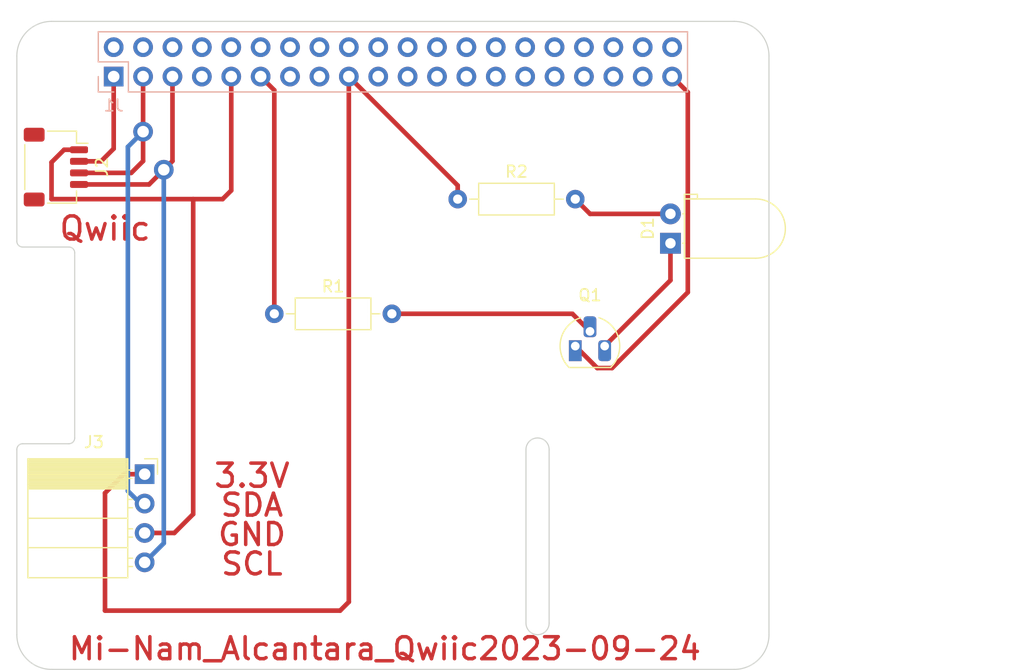
<source format=kicad_pcb>
(kicad_pcb (version 20221018) (generator pcbnew)
  (title_block (date "2023-09-24"))
  (layers (0 "F.Cu" signal) (31 "B.Cu" signal) (34 "B.Paste" user) (35 "F.Paste" user) (36 "B.SilkS" user "B.Silkscreen") (37 "F.SilkS" user "F.Silkscreen") (38 "B.Mask" user) (39 "F.Mask" user) (44 "Edge.Cuts" user))
  (net 0 "")
  (net 1 "GND")
  (net 2 "/GPIO2{slash}SDA1")
  (net 3 "/GPIO3{slash}SCL1")
  (net 4 "/GPIO4{slash}GPCLK0")
  (net 5 "/GPIO14{slash}TXD0")
  (net 6 "/GPIO15{slash}RXD0")
  (net 7 "/GPIO17")
  (net 8 "/GPIO18{slash}PCM.CLK")
  (net 9 "/GPIO27")
  (net 10 "/GPIO22")
  (net 11 "/GPIO23")
  (net 12 "/GPIO24")
  (net 13 "/GPIO10{slash}SPI0.MOSI")
  (net 14 "/GPIO9{slash}SPI0.MISO")
  (net 15 "/GPIO25")
  (net 16 "/GPIO11{slash}SPI0.SCLK")
  (net 17 "/GPIO8{slash}SPI0.CE0")
  (net 18 "/GPIO7{slash}SPI0.CE1")
  (net 19 "/ID_SDA")
  (net 20 "/ID_SCL")
  (net 21 "/GPIO5")
  (net 22 "/GPIO6")
  (net 23 "/GPIO12{slash}PWM0")
  (net 24 "/GPIO13{slash}PWM1")
  (net 25 "/GPIO19{slash}PCM.FS")
  (net 26 "/GPIO16")
  (net 27 "/GPIO26")
  (net 28 "/GPIO20{slash}PCM.DIN")
  (net 29 "/GPIO21{slash}PCM.DOUT")
  (net 30 "+5V")
  (net 31 "+3V3")
  (net 32 "Net-(Q1-Pad3)")
  (net 33 "Net-(D1-Pad2)")
  (net 34 "Net-(Q1-Pad2)")
  (footprint "MountingHole:MountingHole_2.7mm_M2.5" (layer "F.Cu") (at 161.5 47.5)
    (fp_text reference "MH2" hide)
    (fp_text value "MountingHole_2.7mm_M2.5" hide)
    (pad "" np_thru_hole circle locked (at 0 0) (size 2.7 2.7) (drill 2.7) (layers "*.Cu" "*.Mask"))
  )
  (footprint "LED_THT:LED_D5.0mm_Horizontal_O1.27mm_Z3.0mm" (layer "F.Cu") (at 156.485 63.175 90)
    (fp_text reference "D1" (at 1.27 -1.96 90) (layer "F.SilkS"))
    (fp_text value "LED")
    (fp_line (start -1.29 1.21) (end -1.29 7.37) (stroke (width 0.12)) (layer "F.SilkS"))
    (fp_line (start -1.29 1.21) (end 3.83 1.21) (stroke (width 0.12)) (layer "F.SilkS"))
    (fp_line (start 0 1.08) (end 0 1.08) (stroke (width 0.12)) (layer "F.SilkS"))
    (fp_line (start 0 1.08) (end 0 1.21) (stroke (width 0.12)) (layer "F.SilkS"))
    (fp_line (start 0 1.21) (end 0 1.08) (stroke (width 0.12)) (layer "F.SilkS"))
    (fp_line (start 0 1.21) (end 0 1.21) (stroke (width 0.12)) (layer "F.SilkS"))
    (fp_line (start 2.54 1.08) (end 2.54 1.08) (stroke (width 0.12)) (layer "F.SilkS"))
    (fp_line (start 2.54 1.08) (end 2.54 1.21) (stroke (width 0.12)) (layer "F.SilkS"))
    (fp_line (start 2.54 1.21) (end 2.54 1.08) (stroke (width 0.12)) (layer "F.SilkS"))
    (fp_line (start 2.54 1.21) (end 2.54 1.21) (stroke (width 0.12)) (layer "F.SilkS"))
    (fp_line (start 3.83 1.21) (end 3.83 7.37) (stroke (width 0.12)) (layer "F.SilkS"))
    (fp_line (start 3.83 1.21) (end 4.23 1.21) (stroke (width 0.12)) (layer "F.SilkS"))
    (fp_line (start 3.83 2.33) (end 3.83 1.21) (stroke (width 0.12)) (layer "F.SilkS"))
    (fp_line (start 4.23 1.21) (end 4.23 2.33) (stroke (width 0.12)) (layer "F.SilkS"))
    (fp_line (start 4.23 2.33) (end 3.83 2.33) (stroke (width 0.12)) (layer "F.SilkS"))
    (fp_arc (start 3.83 7.37) (mid 1.27 9.93) (end -1.29 7.37) (stroke (width 0.12)) (layer "F.SilkS"))
    (pad "1" thru_hole rect (at 0 0 90) (size 1.8 1.8) (drill 0.9) (layers "*.Cu" "*.Mask") (net 32 "Net-(Q1-Pad3)"))
    (pad "2" thru_hole circle (at 2.54 0 90) (size 1.8 1.8) (drill 0.9) (layers "*.Cu" "*.Mask") (net 33 "Net-(D1-Pad2)"))
  )
  (footprint "Connector_JST:JST_SH_SM04B-SRSS-TB_1x04-1MP_P1.00mm_Horizontal" (layer "F.Cu") (at 103.372914 56.592841 -90)
    (fp_text reference "J2" (at 0 -3.98 90) (layer "F.SilkS"))
    (fp_text value "Qwiic Right Angle")
    (fp_line (start -3.11 -1.785) (end -2.06 -1.785) (stroke (width 0.12)) (layer "F.SilkS"))
    (fp_line (start -3.11 0.715) (end -3.11 -1.785) (stroke (width 0.12)) (layer "F.SilkS"))
    (fp_line (start -2.06 -1.785) (end -2.06 -2.775) (stroke (width 0.12)) (layer "F.SilkS"))
    (fp_line (start -1.94 2.685) (end 1.94 2.685) (stroke (width 0.12)) (layer "F.SilkS"))
    (fp_line (start 3.11 -1.785) (end 2.06 -1.785) (stroke (width 0.12)) (layer "F.SilkS"))
    (fp_line (start 3.11 0.715) (end 3.11 -1.785) (stroke (width 0.12)) (layer "F.SilkS"))
    (pad "1" smd roundrect (at -1.5 -2 270) (size 0.6 1.55) (layers "F.Cu" "F.Paste" "F.Mask") (net 1 "GND"))
    (pad "2" smd roundrect (at -0.5 -2 270) (size 0.6 1.55) (layers "F.Cu" "F.Paste" "F.Mask") (net 31 "+3V3"))
    (pad "3" smd roundrect (at 0.5 -2 270) (size 0.6 1.55) (layers "F.Cu" "F.Paste" "F.Mask") (net 2 "/GPIO2{slash}SDA1"))
    (pad "4" smd roundrect (at 1.5 -2 270) (size 0.6 1.55) (layers "F.Cu" "F.Paste" "F.Mask") (net 3 "/GPIO3{slash}SCL1"))
    (pad "MP" smd roundrect (at -2.8 1.875 270) (size 1.2 1.8) (layers "F.Cu" "F.Paste" "F.Mask") (roundrect_rratio 0.2083333333))
    (pad "MP" smd roundrect (at 2.8 1.875 270) (size 1.2 1.8) (layers "F.Cu" "F.Paste" "F.Mask") (roundrect_rratio 0.2083333333))
  )
  (footprint "Resistor_THT:R_Axial_DIN0207_L6.3mm_D2.5mm_P10.16mm_Horizontal" (layer "F.Cu") (at 122.25 69.27)
    (fp_text reference "R1" (at 5.08 -2.37) (layer "F.SilkS"))
    (fp_text value "2.2k")
    (fp_line (start 1.04 0) (end 1.81 0) (stroke (width 0.12)) (layer "F.SilkS"))
    (fp_line (start 1.81 -1.37) (end 1.81 1.37) (stroke (width 0.12)) (layer "F.SilkS"))
    (fp_line (start 1.81 1.37) (end 8.35 1.37) (stroke (width 0.12)) (layer "F.SilkS"))
    (fp_line (start 8.35 -1.37) (end 1.81 -1.37) (stroke (width 0.12)) (layer "F.SilkS"))
    (fp_line (start 8.35 1.37) (end 8.35 -1.37) (stroke (width 0.12)) (layer "F.SilkS"))
    (fp_line (start 9.12 0) (end 8.35 0) (stroke (width 0.12)) (layer "F.SilkS"))
    (pad "1" thru_hole circle (at 0 0) (size 1.6 1.6) (drill 0.8) (layers "*.Cu" "*.Mask") (net 7 "/GPIO17"))
    (pad "2" thru_hole oval (at 10.16 0) (size 1.6 1.6) (drill 0.8) (layers "*.Cu" "*.Mask") (net 34 "Net-(Q1-Pad2)"))
  )
  (footprint "Package_TO_SOT_THT:TO-92_HandSolder" (layer "F.Cu") (at 148.26 72.06)
    (fp_text reference "Q1" (at 1.27 -4.4) (layer "F.SilkS"))
    (fp_text value "2N4124")
    (fp_line (start -0.53 1.85) (end 3.07 1.85) (stroke (width 0.12)) (layer "F.SilkS"))
    (fp_arc (start -0.541875 1.841741) (mid -1.247231 -0.581764) (end 0.45 -2.45) (stroke (width 0.12)) (layer "F.SilkS"))
    (fp_arc (start 2.05 -2.45) (mid 3.769931 -0.601036) (end 3.078445 1.827684) (stroke (width 0.12)) (layer "F.SilkS"))
    (pad "1" thru_hole rect (at 0 0) (size 1.1 1.8) (drill 0.75 (offset 0 0.4)) (layers "*.Cu" "*.Mask") (net 1 "GND"))
    (pad "2" thru_hole roundrect (at 1.27 -1.27) (size 1.1 1.8) (drill 0.75 (offset 0 -0.4)) (layers "*.Cu" "*.Mask") (net 34 "Net-(Q1-Pad2)"))
    (pad "3" thru_hole roundrect (at 2.54 0) (size 1.1 1.8) (drill 0.75 (offset 0 0.4)) (layers "*.Cu" "*.Mask") (net 32 "Net-(Q1-Pad3)"))
  )
  (footprint "MountingHole:MountingHole_2.7mm_M2.5" (layer "F.Cu") (at 103.5 96.5)
    (fp_text reference "MH3" hide)
    (fp_text value "MountingHole_2.7mm_M2.5" hide)
    (pad "" np_thru_hole circle locked (at 0 0) (size 2.7 2.7) (drill 2.7) (layers "*.Cu" "*.Mask"))
  )
  (footprint "MountingHole:MountingHole_2.7mm_M2.5" (layer "F.Cu") (at 103.5 47.5)
    (fp_text reference "MH1" hide)
    (fp_text value "MountingHole_2.7mm_M2.5" hide)
    (pad "" np_thru_hole circle locked (at 0 0) (size 2.7 2.7) (drill 2.7) (layers "*.Cu" "*.Mask"))
  )
  (footprint "Resistor_THT:R_Axial_DIN0207_L6.3mm_D2.5mm_P10.16mm_Horizontal" (layer "F.Cu") (at 138.1 59.36)
    (fp_text reference "R2" (at 5.08 -2.37) (layer "F.SilkS"))
    (fp_text value "220")
    (fp_line (start 1.04 0) (end 1.81 0) (stroke (width 0.12)) (layer "F.SilkS"))
    (fp_line (start 1.81 -1.37) (end 1.81 1.37) (stroke (width 0.12)) (layer "F.SilkS"))
    (fp_line (start 1.81 1.37) (end 8.35 1.37) (stroke (width 0.12)) (layer "F.SilkS"))
    (fp_line (start 8.35 -1.37) (end 1.81 -1.37) (stroke (width 0.12)) (layer "F.SilkS"))
    (fp_line (start 8.35 1.37) (end 8.35 -1.37) (stroke (width 0.12)) (layer "F.SilkS"))
    (fp_line (start 9.12 0) (end 8.35 0) (stroke (width 0.12)) (layer "F.SilkS"))
    (pad "1" thru_hole circle (at 0 0) (size 1.6 1.6) (drill 0.8) (layers "*.Cu" "*.Mask") (net 31 "+3V3"))
    (pad "2" thru_hole oval (at 10.16 0) (size 1.6 1.6) (drill 0.8) (layers "*.Cu" "*.Mask") (net 33 "Net-(D1-Pad2)"))
  )
  (footprint "MountingHole:MountingHole_2.7mm_M2.5" (layer "F.Cu") (at 161.5 96.5)
    (fp_text reference "MH4" hide)
    (fp_text value "MountingHole_2.7mm_M2.5" hide)
    (pad "" np_thru_hole circle locked (at 0 0) (size 2.7 2.7) (drill 2.7) (layers "*.Cu" "*.Mask"))
  )
  (footprint "Connector_PinSocket_2.54mm:PinSocket_1x04_P2.54mm_Horizontal" (layer "F.Cu") (at 111.045 83.13)
    (fp_text reference "J3" (at -4.38 -2.77) (layer "F.SilkS"))
    (fp_text value "Conn_01x04_Female")
    (fp_line (start -10.09 -1.33) (end -10.09 8.95) (stroke (width 0.12)) (layer "F.SilkS"))
    (fp_line (start -10.09 -1.33) (end -1.46 -1.33) (stroke (width 0.12)) (layer "F.SilkS"))
    (fp_line (start -10.09 -1.21) (end -1.46 -1.21) (stroke (width 0.12)) (layer "F.SilkS"))
    (fp_line (start -10.09 -1.091905) (end -1.46 -1.091905) (stroke (width 0.12)) (layer "F.SilkS"))
    (fp_line (start -10.09 -0.97381) (end -1.46 -0.97381) (stroke (width 0.12)) (layer "F.SilkS"))
    (fp_line (start -10.09 -0.855715) (end -1.46 -0.855715) (stroke (width 0.12)) (layer "F.SilkS"))
    (fp_line (start -10.09 -0.73762) (end -1.46 -0.73762) (stroke (width 0.12)) (layer "F.SilkS"))
    (fp_line (start -10.09 -0.619525) (end -1.46 -0.619525) (stroke (width 0.12)) (layer "F.SilkS"))
    (fp_line (start -10.09 -0.50143) (end -1.46 -0.50143) (stroke (width 0.12)) (layer "F.SilkS"))
    (fp_line (start -10.09 -0.383335) (end -1.46 -0.383335) (stroke (width 0.12)) (layer "F.SilkS"))
    (fp_line (start -10.09 -0.26524) (end -1.46 -0.26524) (stroke (width 0.12)) (layer "F.SilkS"))
    (fp_line (start -10.09 -0.147145) (end -1.46 -0.147145) (stroke (width 0.12)) (layer "F.SilkS"))
    (fp_line (start -10.09 -0.02905) (end -1.46 -0.02905) (stroke (width 0.12)) (layer "F.SilkS"))
    (fp_line (start -10.09 0.089045) (end -1.46 0.089045) (stroke (width 0.12)) (layer "F.SilkS"))
    (fp_line (start -10.09 0.20714) (end -1.46 0.20714) (stroke (width 0.12)) (layer "F.SilkS"))
    (fp_line (start -10.09 0.325235) (end -1.46 0.325235) (stroke (width 0.12)) (layer "F.SilkS"))
    (fp_line (start -10.09 0.44333) (end -1.46 0.44333) (stroke (width 0.12)) (layer "F.SilkS"))
    (fp_line (start -10.09 0.561425) (end -1.46 0.561425) (stroke (width 0.12)) (layer "F.SilkS"))
    (fp_line (start -10.09 0.67952) (end -1.46 0.67952) (stroke (width 0.12)) (layer "F.SilkS"))
    (fp_line (start -10.09 0.797615) (end -1.46 0.797615) (stroke (width 0.12)) (layer "F.SilkS"))
    (fp_line (start -10.09 0.91571) (end -1.46 0.91571) (stroke (width 0.12)) (layer "F.SilkS"))
    (fp_line (start -10.09 1.033805) (end -1.46 1.033805) (stroke (width 0.12)) (layer "F.SilkS"))
    (fp_line (start -10.09 1.1519) (end -1.46 1.1519) (stroke (width 0.12)) (layer "F.SilkS"))
    (fp_line (start -10.09 1.27) (end -1.46 1.27) (stroke (width 0.12)) (layer "F.SilkS"))
    (fp_line (start -10.09 3.81) (end -1.46 3.81) (stroke (width 0.12)) (layer "F.SilkS"))
    (fp_line (start -10.09 6.35) (end -1.46 6.35) (stroke (width 0.12)) (layer "F.SilkS"))
    (fp_line (start -10.09 8.95) (end -1.46 8.95) (stroke (width 0.12)) (layer "F.SilkS"))
    (fp_line (start -1.46 -1.33) (end -1.46 8.95) (stroke (width 0.12)) (layer "F.SilkS"))
    (fp_line (start -1.46 -0.36) (end -1.11 -0.36) (stroke (width 0.12)) (layer "F.SilkS"))
    (fp_line (start -1.46 0.36) (end -1.11 0.36) (stroke (width 0.12)) (layer "F.SilkS"))
    (fp_line (start -1.46 2.18) (end -1.05 2.18) (stroke (width 0.12)) (layer "F.SilkS"))
    (fp_line (start -1.46 2.9) (end -1.05 2.9) (stroke (width 0.12)) (layer "F.SilkS"))
    (fp_line (start -1.46 4.72) (end -1.05 4.72) (stroke (width 0.12)) (layer "F.SilkS"))
    (fp_line (start -1.46 5.44) (end -1.05 5.44) (stroke (width 0.12)) (layer "F.SilkS"))
    (fp_line (start -1.46 7.26) (end -1.05 7.26) (stroke (width 0.12)) (layer "F.SilkS"))
    (fp_line (start -1.46 7.98) (end -1.05 7.98) (stroke (width 0.12)) (layer "F.SilkS"))
    (fp_line (start 0 -1.33) (end 1.11 -1.33) (stroke (width 0.12)) (layer "F.SilkS"))
    (fp_line (start 1.11 -1.33) (end 1.11 0) (stroke (width 0.12)) (layer "F.SilkS"))
    (pad "1" thru_hole rect (at 0 0) (size 1.7 1.7) (drill 1) (layers "*.Cu" "*.Mask") (net 31 "+3V3"))
    (pad "2" thru_hole oval (at 0 2.54) (size 1.7 1.7) (drill 1) (layers "*.Cu" "*.Mask") (net 2 "/GPIO2{slash}SDA1"))
    (pad "3" thru_hole oval (at 0 5.08) (size 1.7 1.7) (drill 1) (layers "*.Cu" "*.Mask") (net 1 "GND"))
    (pad "4" thru_hole oval (at 0 7.62) (size 1.7 1.7) (drill 1) (layers "*.Cu" "*.Mask") (net 3 "/GPIO3{slash}SCL1"))
  )
  (footprint "Connector_PinSocket_2.54mm:PinSocket_2x20_P2.54mm_Vertical" (layer "B.Cu") (at 108.37 48.77 -90)
    (fp_text reference "J1" (at 2.5 0) (layer "B.SilkS") (effects (justify mirror)))
    (fp_text value "GPIO")
    (fp_line (start -3.87 -49.59) (end 1.33 -49.59) (stroke (width 0.12)) (layer "B.SilkS"))
    (fp_line (start -3.87 1.33) (end -3.87 -49.59) (stroke (width 0.12)) (layer "B.SilkS"))
    (fp_line (start -3.87 1.33) (end -1.27 1.33) (stroke (width 0.12)) (layer "B.SilkS"))
    (fp_line (start -1.27 -1.27) (end 1.33 -1.27) (stroke (width 0.12)) (layer "B.SilkS"))
    (fp_line (start -1.27 1.33) (end -1.27 -1.27) (stroke (width 0.12)) (layer "B.SilkS"))
    (fp_line (start 0 1.33) (end 1.33 1.33) (stroke (width 0.12)) (layer "B.SilkS"))
    (fp_line (start 1.33 -1.27) (end 1.33 -49.59) (stroke (width 0.12)) (layer "B.SilkS"))
    (fp_line (start 1.33 1.33) (end 1.33 0) (stroke (width 0.12)) (layer "B.SilkS"))
    (pad "1" thru_hole rect (at 0 0 270) (size 1.7 1.7) (drill 1) (layers "*.Cu" "*.Mask") (net 31 "+3V3"))
    (pad "2" thru_hole oval (at -2.54 0 270) (size 1.7 1.7) (drill 1) (layers "*.Cu" "*.Mask") (net 30 "+5V"))
    (pad "3" thru_hole oval (at 0 -2.54 270) (size 1.7 1.7) (drill 1) (layers "*.Cu" "*.Mask") (net 2 "/GPIO2{slash}SDA1"))
    (pad "4" thru_hole oval (at -2.54 -2.54 270) (size 1.7 1.7) (drill 1) (layers "*.Cu" "*.Mask") (net 30 "+5V"))
    (pad "5" thru_hole oval (at 0 -5.08 270) (size 1.7 1.7) (drill 1) (layers "*.Cu" "*.Mask") (net 3 "/GPIO3{slash}SCL1"))
    (pad "6" thru_hole oval (at -2.54 -5.08 270) (size 1.7 1.7) (drill 1) (layers "*.Cu" "*.Mask") (net 1 "GND"))
    (pad "7" thru_hole oval (at 0 -7.62 270) (size 1.7 1.7) (drill 1) (layers "*.Cu" "*.Mask") (net 4 "/GPIO4{slash}GPCLK0"))
    (pad "8" thru_hole oval (at -2.54 -7.62 270) (size 1.7 1.7) (drill 1) (layers "*.Cu" "*.Mask") (net 5 "/GPIO14{slash}TXD0"))
    (pad "9" thru_hole oval (at 0 -10.16 270) (size 1.7 1.7) (drill 1) (layers "*.Cu" "*.Mask") (net 1 "GND"))
    (pad "10" thru_hole oval (at -2.54 -10.16 270) (size 1.7 1.7) (drill 1) (layers "*.Cu" "*.Mask") (net 6 "/GPIO15{slash}RXD0"))
    (pad "11" thru_hole oval (at 0 -12.7 270) (size 1.7 1.7) (drill 1) (layers "*.Cu" "*.Mask") (net 7 "/GPIO17"))
    (pad "12" thru_hole oval (at -2.54 -12.7 270) (size 1.7 1.7) (drill 1) (layers "*.Cu" "*.Mask") (net 8 "/GPIO18{slash}PCM.CLK"))
    (pad "13" thru_hole oval (at 0 -15.24 270) (size 1.7 1.7) (drill 1) (layers "*.Cu" "*.Mask") (net 9 "/GPIO27"))
    (pad "14" thru_hole oval (at -2.54 -15.24 270) (size 1.7 1.7) (drill 1) (layers "*.Cu" "*.Mask") (net 1 "GND"))
    (pad "15" thru_hole oval (at 0 -17.78 270) (size 1.7 1.7) (drill 1) (layers "*.Cu" "*.Mask") (net 10 "/GPIO22"))
    (pad "16" thru_hole oval (at -2.54 -17.78 270) (size 1.7 1.7) (drill 1) (layers "*.Cu" "*.Mask") (net 11 "/GPIO23"))
    (pad "17" thru_hole oval (at 0 -20.32 270) (size 1.7 1.7) (drill 1) (layers "*.Cu" "*.Mask") (net 31 "+3V3"))
    (pad "18" thru_hole oval (at -2.54 -20.32 270) (size 1.7 1.7) (drill 1) (layers "*.Cu" "*.Mask") (net 12 "/GPIO24"))
    (pad "19" thru_hole oval (at 0 -22.86 270) (size 1.7 1.7) (drill 1) (layers "*.Cu" "*.Mask") (net 13 "/GPIO10{slash}SPI0.MOSI"))
    (pad "20" thru_hole oval (at -2.54 -22.86 270) (size 1.7 1.7) (drill 1) (layers "*.Cu" "*.Mask") (net 1 "GND"))
    (pad "21" thru_hole oval (at 0 -25.4 270) (size 1.7 1.7) (drill 1) (layers "*.Cu" "*.Mask") (net 14 "/GPIO9{slash}SPI0.MISO"))
    (pad "22" thru_hole oval (at -2.54 -25.4 270) (size 1.7 1.7) (drill 1) (layers "*.Cu" "*.Mask") (net 15 "/GPIO25"))
    (pad "23" thru_hole oval (at 0 -27.94 270) (size 1.7 1.7) (drill 1) (layers "*.Cu" "*.Mask") (net 16 "/GPIO11{slash}SPI0.SCLK"))
    (pad "24" thru_hole oval (at -2.54 -27.94 270) (size 1.7 1.7) (drill 1) (layers "*.Cu" "*.Mask") (net 17 "/GPIO8{slash}SPI0.CE0"))
    (pad "25" thru_hole oval (at 0 -30.48 270) (size 1.7 1.7) (drill 1) (layers "*.Cu" "*.Mask") (net 1 "GND"))
    (pad "26" thru_hole oval (at -2.54 -30.48 270) (size 1.7 1.7) (drill 1) (layers "*.Cu" "*.Mask") (net 18 "/GPIO7{slash}SPI0.CE1"))
    (pad "27" thru_hole oval (at 0 -33.02 270) (size 1.7 1.7) (drill 1) (layers "*.Cu" "*.Mask") (net 19 "/ID_SDA"))
    (pad "28" thru_hole oval (at -2.54 -33.02 270) (size 1.7 1.7) (drill 1) (layers "*.Cu" "*.Mask") (net 20 "/ID_SCL"))
    (pad "29" thru_hole oval (at 0 -35.56 270) (size 1.7 1.7) (drill 1) (layers "*.Cu" "*.Mask") (net 21 "/GPIO5"))
    (pad "30" thru_hole oval (at -2.54 -35.56 270) (size 1.7 1.7) (drill 1) (layers "*.Cu" "*.Mask") (net 1 "GND"))
    (pad "31" thru_hole oval (at 0 -38.1 270) (size 1.7 1.7) (drill 1) (layers "*.Cu" "*.Mask") (net 22 "/GPIO6"))
    (pad "32" thru_hole oval (at -2.54 -38.1 270) (size 1.7 1.7) (drill 1) (layers "*.Cu" "*.Mask") (net 23 "/GPIO12{slash}PWM0"))
    (pad "33" thru_hole oval (at 0 -40.64 270) (size 1.7 1.7) (drill 1) (layers "*.Cu" "*.Mask") (net 24 "/GPIO13{slash}PWM1"))
    (pad "34" thru_hole oval (at -2.54 -40.64 270) (size 1.7 1.7) (drill 1) (layers "*.Cu" "*.Mask") (net 1 "GND"))
    (pad "35" thru_hole oval (at 0 -43.18 270) (size 1.7 1.7) (drill 1) (layers "*.Cu" "*.Mask") (net 25 "/GPIO19{slash}PCM.FS"))
    (pad "36" thru_hole oval (at -2.54 -43.18 270) (size 1.7 1.7) (drill 1) (layers "*.Cu" "*.Mask") (net 26 "/GPIO16"))
    (pad "37" thru_hole oval (at 0 -45.72 270) (size 1.7 1.7) (drill 1) (layers "*.Cu" "*.Mask") (net 27 "/GPIO26"))
    (pad "38" thru_hole oval (at -2.54 -45.72 270) (size 1.7 1.7) (drill 1) (layers "*.Cu" "*.Mask") (net 28 "/GPIO20{slash}PCM.DIN"))
    (pad "39" thru_hole oval (at 0 -48.26 270) (size 1.7 1.7) (drill 1) (layers "*.Cu" "*.Mask") (net 1 "GND"))
    (pad "40" thru_hole oval (at -2.54 -48.26 270) (size 1.7 1.7) (drill 1) (layers "*.Cu" "*.Mask") (net 29 "/GPIO21{slash}PCM.DOUT"))
  )
  (gr_arc (start 100.5 63.5) (mid 100.146447 63.353553) (end 100 63) (stroke (width 0.1)) (layer "Edge.Cuts"))
  (gr_arc (start 162 44) (mid 164.12132 44.87868) (end 165 47) (stroke (width 0.1)) (layer "Edge.Cuts"))
  (gr_line (start 165 97) (end 165 47) (stroke (width 0.1)) (layer "Edge.Cuts"))
  (gr_line (start 100 47) (end 100 63) (stroke (width 0.1)) (layer "Edge.Cuts"))
  (gr_line (start 146 81) (end 146 96) (stroke (width 0.1)) (layer "Edge.Cuts"))
  (gr_line (start 144 96) (end 144 81) (stroke (width 0.1)) (layer "Edge.Cuts"))
  (gr_arc (start 103 100) (mid 100.87868 99.12132) (end 100 97) (stroke (width 0.1)) (layer "Edge.Cuts"))
  (gr_line (start 103 100) (end 162 100) (stroke (width 0.1)) (layer "Edge.Cuts"))
  (gr_line (start 104.5 80.5) (end 100.5 80.5) (stroke (width 0.1)) (layer "Edge.Cuts"))
  (gr_arc (start 144 81) (mid 145 80) (end 146 81) (stroke (width 0.1)) (layer "Edge.Cuts"))
  (gr_arc (start 100 81) (mid 100.146138 80.646755) (end 100.499127 80.500001) (stroke (width 0.1)) (layer "Edge.Cuts"))
  (gr_arc (start 165 97) (mid 164.12132 99.12132) (end 162 100) (stroke (width 0.1)) (layer "Edge.Cuts"))
  (gr_line (start 105 64) (end 105 80) (stroke (width 0.1)) (layer "Edge.Cuts"))
  (gr_arc (start 100 47) (mid 100.87868 44.87868) (end 103 44) (stroke (width 0.1)) (layer "Edge.Cuts"))
  (gr_arc (start 146 96) (mid 145 97) (end 144 96) (stroke (width 0.1)) (layer "Edge.Cuts"))
  (gr_line (start 100 81) (end 100 97) (stroke (width 0.1)) (layer "Edge.Cuts"))
  (gr_line (start 100.5 63.5) (end 104.5 63.5) (stroke (width 0.1)) (layer "Edge.Cuts"))
  (gr_arc (start 105 80) (mid 104.853553 80.353553) (end 104.5 80.5) (stroke (width 0.1)) (layer "Edge.Cuts"))
  (gr_arc (start 104.5 63.5) (mid 104.853553 63.646447) (end 105 64) (stroke (width 0.1)) (layer "Edge.Cuts"))
  (gr_line (start 162 44) (end 103 44) (stroke (width 0.1)) (layer "Edge.Cuts"))
  (gr_text "Mi-Nam_Alcantara_Qwiic2023-09-24" (at 131.807877 98.211126) (layer "F.Cu") (effects (font (size 1.9 1.9) (thickness 0.3))))
  (gr_text "GND" (at 120.32 88.34324) (layer "F.Cu") (effects (font (size 1.9 1.9) (thickness 0.3))))
  (gr_text "Qwiic" (at 107.62 61.9) (layer "F.Cu") (effects (font (size 2 2) (thickness 0.3))))
  (gr_text "SCL" (at 120.32 90.88324) (layer "F.Cu") (effects (font (size 1.9 1.9) (thickness 0.3))))
  (gr_text "3.3V" (at 120.32 83.26324) (layer "F.Cu") (effects (font (size 2 2) (thickness 0.3))))
  (gr_text "SDA" (at 120.32 85.80324) (layer "F.Cu") (effects (font (size 1.9 1.9) (thickness 0.3))))
  (segment (start 150.16 73.96) (end 151.437436 73.96) (width 0.4) (layer "F.Cu") (net 1))
  (segment (start 104.08562 55.092841) (end 105.372914 55.092841) (width 0.4) (layer "F.Cu") (net 1))
  (segment (start 117.78 59.36) (end 102.997914 59.36) (width 0.4) (layer "F.Cu") (net 1))
  (segment (start 115.24 59.36) (end 115.24 86.58) (width 0.4) (layer "F.Cu") (net 1))
  (segment (start 157.985 50.125) (end 156.63 48.77) (width 0.4) (layer "F.Cu") (net 1))
  (segment (start 102.997914 56.180547) (end 104.08562 55.092841) (width 0.4) (layer "F.Cu") (net 1))
  (segment (start 118.53 58.61) (end 117.78 59.36) (width 0.4) (layer "F.Cu") (net 1))
  (segment (start 115.24 86.58) (end 113.61 88.21) (width 0.4) (layer "F.Cu") (net 1))
  (segment (start 113.61 88.21) (end 111.045 88.21) (width 0.4) (layer "F.Cu") (net 1))
  (segment (start 148.26 72.06) (end 150.16 73.96) (width 0.4) (layer "F.Cu") (net 1))
  (segment (start 157.985 67.412436) (end 157.985 50.125) (width 0.4) (layer "F.Cu") (net 1))
  (segment (start 102.997914 59.36) (end 102.997914 56.180547) (width 0.4) (layer "F.Cu") (net 1))
  (segment (start 118.53 48.77) (end 118.53 58.61) (width 0.4) (layer "F.Cu") (net 1))
  (segment (start 151.437436 73.96) (end 157.985 67.412436) (width 0.4) (layer "F.Cu") (net 1))
  (segment (start 110.91 48.77) (end 110.91 53.53) (width 0.4) (layer "F.Cu") (net 2))
  (segment (start 109.887159 57.092841) (end 105.372914 57.092841) (width 0.4) (layer "F.Cu") (net 2))
  (segment (start 110.91 53.53) (end 110.91 56.07) (width 0.4) (layer "F.Cu") (net 2))
  (segment (start 110.91 56.07) (end 109.887159 57.092841) (width 0.4) (layer "F.Cu") (net 2))
  (via (at 110.91 53.53) (size 1.7) (drill 1) (layers "F.Cu" "B.Cu") (net 2))
  (segment (start 110.91 53.53) (end 109.595 54.845) (width 0.4) (layer "B.Cu") (net 2))
  (segment (start 109.595 84.58) (end 110.685 85.67) (width 0.4) (layer "B.Cu") (net 2))
  (segment (start 110.685 85.67) (end 111.045 85.67) (width 0.4) (layer "B.Cu") (net 2))
  (segment (start 109.595 54.845) (end 109.595 84.58) (width 0.4) (layer "B.Cu") (net 2))
  (segment (start 113.45 56.07) (end 113.45 48.77) (width 0.4) (layer "F.Cu") (net 3))
  (segment (start 111.427159 58.092841) (end 112.7 56.82) (width 0.4) (layer "F.Cu") (net 3))
  (segment (start 112.7 56.82) (end 113.45 56.07) (width 0.4) (layer "F.Cu") (net 3))
  (segment (start 105.372914 58.092841) (end 111.427159 58.092841) (width 0.4) (layer "F.Cu") (net 3))
  (via (at 112.7 56.82) (size 1.7) (drill 1) (layers "F.Cu" "B.Cu") (net 3))
  (segment (start 112.7 56.82) (end 112.7 89.095) (width 0.4) (layer "B.Cu") (net 3))
  (segment (start 112.7 89.095) (end 111.045 90.75) (width 0.4) (layer "B.Cu") (net 3))
  (segment (start 122.25 69.27) (end 122.25 49.95) (width 0.4) (layer "F.Cu") (net 7))
  (segment (start 122.25 49.95) (end 121.07 48.77) (width 0.4) (layer "F.Cu") (net 7))
  (segment (start 107.275432 56.092841) (end 105.372914 56.092841) (width 0.4) (layer "F.Cu") (net 31))
  (segment (start 108.37 54.998273) (end 107.275432 56.092841) (width 0.4) (layer "F.Cu") (net 31))
  (segment (start 107.62 94.92) (end 107.62 84.76) (width 0.4) (layer "F.Cu") (net 31))
  (segment (start 108.37 48.77) (end 108.37 54.998273) (width 0.4) (layer "F.Cu") (net 31))
  (segment (start 138.1 59.36) (end 138.1 58.18) (width 0.4) (layer "F.Cu") (net 31))
  (segment (start 127.94 94.92) (end 107.62 94.92) (width 0.4) (layer "F.Cu") (net 31))
  (segment (start 128.69 94.17) (end 127.94 94.92) (width 0.4) (layer "F.Cu") (net 31))
  (segment (start 138.1 58.18) (end 128.69 48.77) (width 0.4) (layer "F.Cu") (net 31))
  (segment (start 128.69 48.77) (end 128.69 94.17) (width 0.4) (layer "F.Cu") (net 31))
  (segment (start 105.446266 56.166193) (end 105.372914 56.092841) (width 0.2) (layer "F.Cu") (net 31))
  (segment (start 109.25 83.13) (end 111.045 83.13) (width 0.4) (layer "F.Cu") (net 31))
  (segment (start 107.62 84.76) (end 109.25 83.13) (width 0.4) (layer "F.Cu") (net 31))
  (segment (start 156.485 66.375) (end 156.485 63.175) (width 0.4) (layer "F.Cu") (net 32))
  (segment (start 150.8 72.06) (end 156.485 66.375) (width 0.4) (layer "F.Cu") (net 32))
  (segment (start 149.535 60.635) (end 148.26 59.36) (width 0.4) (layer "F.Cu") (net 33))
  (segment (start 156.485 60.635) (end 149.535 60.635) (width 0.4) (layer "F.Cu") (net 33))
  (segment (start 149.53 70.79) (end 148.01 69.27) (width 0.4) (layer "F.Cu") (net 34))
  (segment (start 148.01 69.27) (end 132.41 69.27) (width 0.4) (layer "F.Cu") (net 34))
)
</source>
